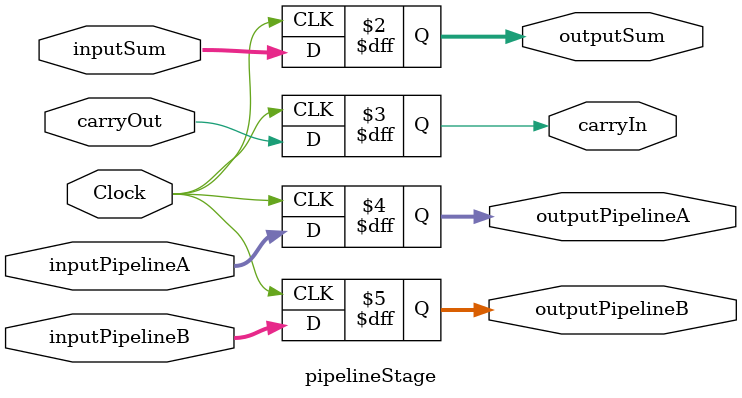
<source format=sv>
/**
    copyright (C) Matthew Hardenburgh
    matthew@hardenburgh.io
*/

/**
    @input Clock
    @output Sum
    @output CO is carry out
    @input A, B are the addends
    @input CI is the carry in
*/
module PAdder
(
    input logic Clock,
    output logic[31:0] S,
    output logic CO,
    input logic[31:0] A, B,
    input logic CI
    `ifdef DEBUG
        ,
        output logic[31:0] A_debug0,
        output logic[31:0] A_debug1,
        output logic[31:0] A_debug2,
        output logic[31:0] A_debug3,

        output logic[31:0] B_debug0,
        output logic[31:0] B_debug1,
        output logic[31:0] B_debug2,
        output logic[31:0] B_debug3,

        output logic[31:0] S_debug0,
        output logic[31:0] S_debug1,
        output logic[31:0] S_debug2,
        output logic[31:0] S_debug3,

        output logic[3:0] C_debug
    `endif
);

    logic[7:0] sum0;
    logic[31:0] pipeline0Sum;
    logic carry0;
    logic pipeline0Carry;
    logic[31:0] pipeline0A;
    logic[31:0] pipeline0B;

    logic[7:0] sum1;
    logic[31:0] pipeline1Sum;
    logic carry1;
    logic pipeline1Carry;
    logic[31:0] pipeline1A;
    logic[31:0] pipeline1B;

    logic[7:0] sum2;
    logic carry2;
    logic[31:0] pipeline2Sum;
    logic pipeline2Carry;
    logic[31:0] pipeline2A;
    logic[31:0] pipeline2B;

    logic[7:0] sum3;
    logic carry3;
    logic[31:0] pipeline3A;
    logic[31:0] pipeline3B;

    `ifdef DEBUG
        assign A_debug0 = pipeline0A;
        assign A_debug1 = pipeline1A;
        assign A_debug2 = pipeline2A;
        assign A_debug3 = pipeline3A;

        assign B_debug0 = pipeline0B;
        assign B_debug1 = pipeline1B;
        assign B_debug2 = pipeline2B;
        assign B_debug3 = pipeline3B;

        assign S_debug0 = pipeline0Sum;
        assign S_debug1 = pipeline1Sum;
        assign S_debug2 = pipeline2Sum;
        assign S_debug3 = S;

        assign C_debug[0] = pipeline0Carry;
        assign C_debug[1] = pipeline1Carry;
        assign C_debug[2] = pipeline2Carry;
        assign C_debug[3] = CO;
    `endif

    rca adder0(sum0, carry0, A[7:0], B[7:0], CI);
    pipelineStage stage0(Clock, {24'b0, sum0}, carry0, A, B, pipeline0Sum, pipeline0Carry, pipeline0A, pipeline0B);

    rca adder1(sum1, carry1, pipeline0A[15:8], pipeline0B[15:8], pipeline0Carry);
    pipelineStage stage1(Clock, {16'b0, sum1, pipeline0Sum[7:0]}, carry1, pipeline0A, pipeline0B, pipeline1Sum, pipeline1Carry, pipeline1A, pipeline1B);

    rca adder2(sum2, carry2, pipeline1A[23:16], pipeline1B[23:16], pipeline1Carry);
    pipelineStage stage2(Clock, {8'b0, sum2, pipeline1Sum[15:0]}, carry2, pipeline1A, pipeline1B, pipeline2Sum, pipeline2Carry, pipeline2A, pipeline2B);

    rca adder3(sum3, carry3, pipeline2A[31:24], pipeline2B[31:24], pipeline2Carry);
    pipelineStage stage3(Clock, {sum3, pipeline2Sum[23:0]}, carry3, pipeline2A, pipeline2B, S, CO, pipeline3A, pipeline3B);

endmodule

module pipelineStage
(
    input logic Clock,
    input logic[31:0] inputSum,
    input logic carryOut,
    input logic[31:0] inputPipelineA,
    input logic[31:0] inputPipelineB,

    output logic[31:0] outputSum,
    output logic carryIn,
    output logic[31:0] outputPipelineA,
    output logic[31:0] outputPipelineB
);
    always@(posedge Clock)
    begin
        outputSum <= inputSum;
        carryIn <= carryOut;
        outputPipelineA <= inputPipelineA;
        outputPipelineB <= inputPipelineB;
    end
endmodule


</source>
